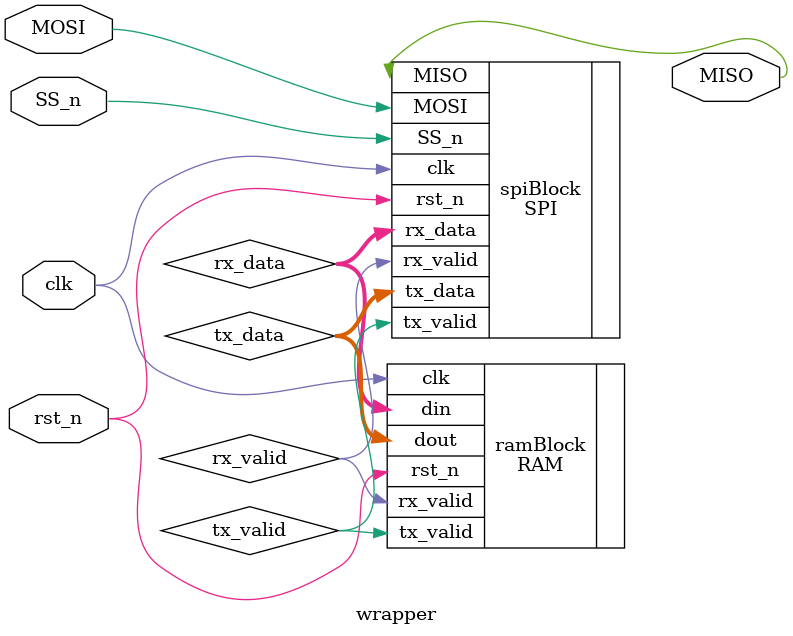
<source format=v>
module wrapper (
    input clk, rst_n,
    input MOSI, SS_n,

    output MISO
);

    wire tx_valid, rx_valid;
    wire [9:0]rx_data;
    wire [7:0]tx_data;

    SPI spiBlock (
    .clk(clk), .rst_n(rst_n),
    .MOSI(MOSI), .SS_n(SS_n),

    .tx_valid(tx_valid),
    .tx_data(tx_data),

    .MISO(MISO), 
    .rx_valid(rx_valid),  .rx_data(rx_data)
    );

    RAM ramBlock (
        .clk(clk), .rst_n(rst_n),
        .din(rx_data),
        .rx_valid(rx_valid),
        .dout(tx_data),
        .tx_valid(tx_valid)
    );
endmodule

</source>
